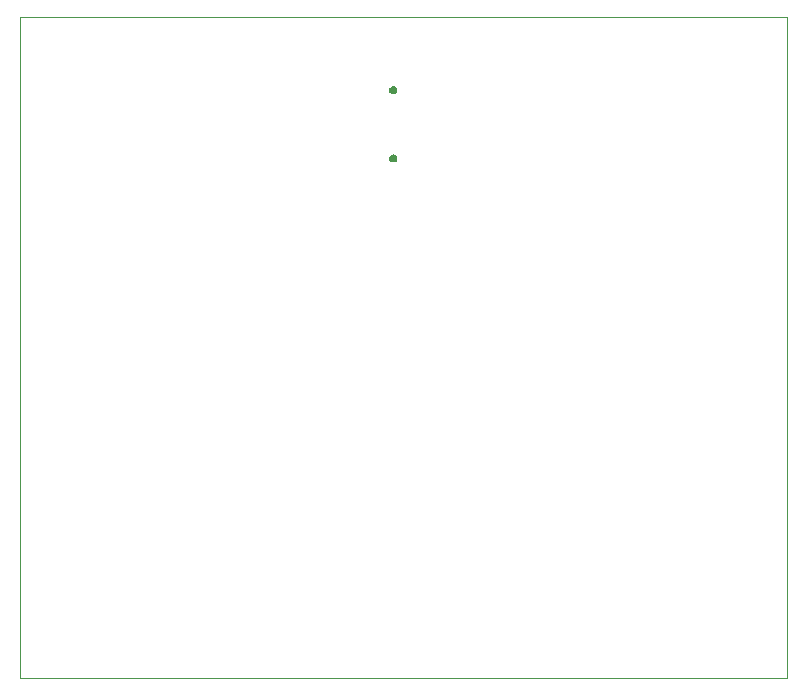
<source format=gbr>
%TF.GenerationSoftware,KiCad,Pcbnew,9.0.7*%
%TF.CreationDate,2026-02-14T09:58:14-05:00*%
%TF.ProjectId,satellite-board,73617465-6c6c-4697-9465-2d626f617264,rev?*%
%TF.SameCoordinates,Original*%
%TF.FileFunction,Profile,NP*%
%FSLAX46Y46*%
G04 Gerber Fmt 4.6, Leading zero omitted, Abs format (unit mm)*
G04 Created by KiCad (PCBNEW 9.0.7) date 2026-02-14 09:58:14*
%MOMM*%
%LPD*%
G01*
G04 APERTURE LIST*
%TA.AperFunction,Profile*%
%ADD10C,0.050000*%
%TD*%
%TA.AperFunction,Profile*%
%ADD11C,0.000000*%
%TD*%
G04 APERTURE END LIST*
D10*
X150000000Y-43500000D02*
X150000000Y-99500000D01*
X215000000Y-43500000D02*
X150000000Y-43500000D01*
X150000000Y-99500000D02*
X215000000Y-99500000D01*
X215000000Y-99500000D02*
X215000000Y-43500000D01*
D11*
%TA.AperFunction,Profile*%
%TO.C,USB1*%
G36*
X181778189Y-49386642D02*
G01*
X181857317Y-49432326D01*
X181921924Y-49496933D01*
X181967608Y-49576061D01*
X181991256Y-49664316D01*
X181991256Y-49755684D01*
X181967608Y-49843939D01*
X181921924Y-49923067D01*
X181857317Y-49987674D01*
X181778189Y-50033358D01*
X181689934Y-50057006D01*
X181598566Y-50057006D01*
X181510311Y-50033358D01*
X181431183Y-49987674D01*
X181366576Y-49923067D01*
X181320892Y-49843939D01*
X181297244Y-49755684D01*
X181297244Y-49664316D01*
X181320892Y-49576061D01*
X181366576Y-49496933D01*
X181431183Y-49432326D01*
X181510311Y-49386642D01*
X181598566Y-49362994D01*
X181689934Y-49362994D01*
X181778189Y-49386642D01*
G37*
%TD.AperFunction*%
%TA.AperFunction,Profile*%
G36*
X181778189Y-55166642D02*
G01*
X181857317Y-55212326D01*
X181921924Y-55276933D01*
X181967608Y-55356061D01*
X181991256Y-55444316D01*
X181991256Y-55535684D01*
X181967608Y-55623939D01*
X181921924Y-55703067D01*
X181857317Y-55767674D01*
X181778189Y-55813358D01*
X181689934Y-55837006D01*
X181598566Y-55837006D01*
X181510311Y-55813358D01*
X181431183Y-55767674D01*
X181366576Y-55703067D01*
X181320892Y-55623939D01*
X181297244Y-55535684D01*
X181297244Y-55444316D01*
X181320892Y-55356061D01*
X181366576Y-55276933D01*
X181431183Y-55212326D01*
X181510311Y-55166642D01*
X181598566Y-55142994D01*
X181689934Y-55142994D01*
X181778189Y-55166642D01*
G37*
%TD.AperFunction*%
%TD*%
M02*

</source>
